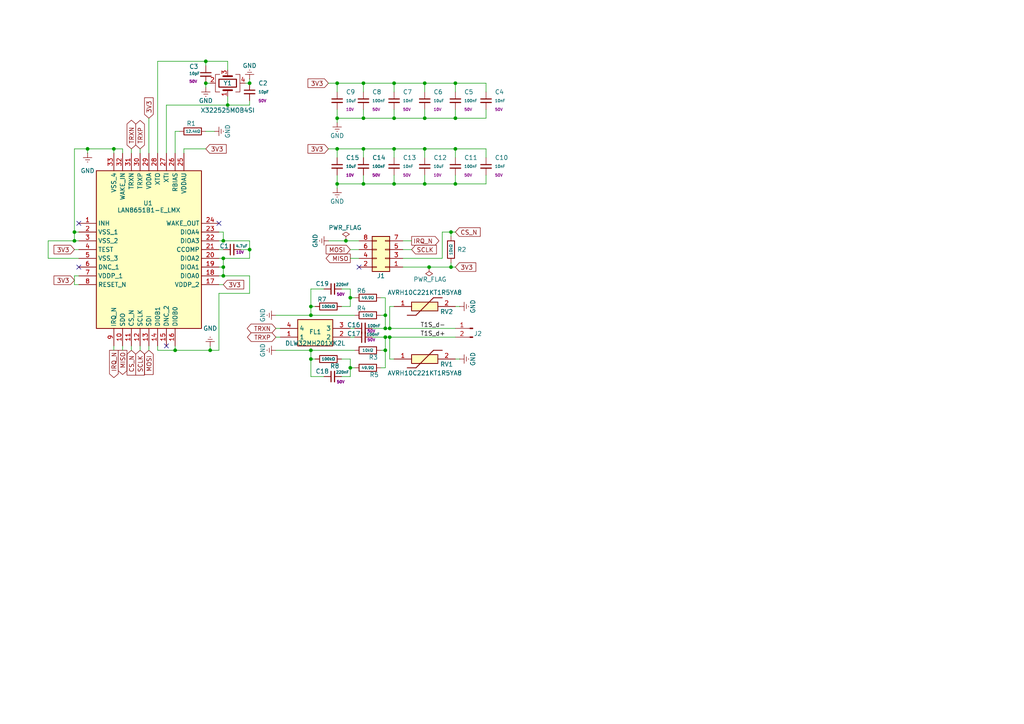
<source format=kicad_sch>
(kicad_sch (version 20250114) (generator "eeschema") (generator_version "9.0")
  (paper "A4")
  (title_block (title "ETHBoard") (date "2026-01-21") (rev "1.0") (company "RaphWeb"))
  (junction (at 97.79 24.13))
  (junction (at 101.6 86.36))
  (junction (at 111.76 91.44))
  (junction (at 50.8 101.6))
  (junction (at 124.46 77.47))
  (junction (at 123.19 43.18))
  (junction (at 113.03 97.79))
  (junction (at 33.02 43.18))
  (junction (at 105.41 24.13))
  (junction (at 114.3 43.18))
  (junction (at 60.96 101.6))
  (junction (at 132.08 34.29))
  (junction (at 111.76 101.6))
  (junction (at 59.69 24.13))
  (junction (at 123.19 53.34))
  (junction (at 59.69 17.78))
  (junction (at 64.77 80.01))
  (junction (at 90.17 91.44))
  (junction (at 21.59 67.31))
  (junction (at 114.3 34.29))
  (junction (at 105.41 53.34))
  (junction (at 66.04 30.48))
  (junction (at 132.08 24.13))
  (junction (at 123.19 34.29))
  (junction (at 100.33 69.85))
  (junction (at 105.41 34.29))
  (junction (at 101.6 106.68))
  (junction (at 130.81 67.31))
  (junction (at 90.17 101.6))
  (junction (at 132.08 53.34))
  (junction (at 21.59 69.85))
  (junction (at 97.79 43.18))
  (junction (at 111.76 95.25))
  (junction (at 72.39 24.13))
  (junction (at 105.41 43.18))
  (junction (at 113.03 95.25))
  (junction (at 64.77 77.47))
  (junction (at 114.3 53.34))
  (junction (at 132.08 43.18))
  (junction (at 90.17 88.9))
  (junction (at 72.39 72.39))
  (junction (at 97.79 34.29))
  (junction (at 97.79 53.34))
  (junction (at 90.17 104.14))
  (junction (at 64.77 69.85))
  (junction (at 64.77 74.93))
  (junction (at 114.3 24.13))
  (junction (at 123.19 24.13))
  (junction (at 130.81 77.47))
  (junction (at 25.4 43.18))
  (junction (at 111.76 97.79))
  (no_connect (at 104.14 77.47))
  (no_connect (at 22.86 77.47))
  (no_connect (at 22.86 64.77))
  (no_connect (at 48.26 100.33))
  (no_connect (at 63.5 64.77))
  (wire (pts (xy 91.44 104.14) (xy 90.17 104.14)))
  (wire (pts (xy 111.76 95.25) (xy 113.03 95.25)))
  (wire (pts (xy 50.8 100.33) (xy 50.8 101.6)))
  (wire (pts (xy 114.3 53.34) (xy 123.19 53.34)))
  (wire (pts (xy 105.41 50.8) (xy 105.41 53.34)))
  (wire (pts (xy 116.84 69.85) (xy 119.38 69.85)))
  (wire (pts (xy 101.6 86.36) (xy 101.6 83.82)))
  (wire (pts (xy 101.6 104.14) (xy 101.6 106.68)))
  (wire (pts (xy 97.79 31.75) (xy 97.79 34.29)))
  (wire (pts (xy 114.3 43.18) (xy 114.3 45.72)))
  (wire (pts (xy 132.08 53.34) (xy 140.97 53.34)))
  (wire (pts (xy 101.6 83.82) (xy 99.06 83.82)))
  (wire (pts (xy 113.03 95.25) (xy 132.08 95.25)))
  (wire (pts (xy 63.5 80.01) (xy 64.77 80.01)))
  (wire (pts (xy 59.69 24.13) (xy 60.96 24.13)))
  (wire (pts (xy 95.25 24.13) (xy 97.79 24.13)))
  (wire (pts (xy 113.03 97.79) (xy 132.08 97.79)))
  (wire (pts (xy 90.17 101.6) (xy 102.87 101.6)))
  (wire (pts (xy 72.39 80.01) (xy 72.39 85.09)))
  (wire (pts (xy 72.39 30.48) (xy 72.39 29.21)))
  (wire (pts (xy 59.69 17.78) (xy 45.72 17.78)))
  (wire (pts (xy 111.76 91.44) (xy 111.76 95.25)))
  (wire (pts (xy 101.6 74.93) (xy 104.14 74.93)))
  (wire (pts (xy 13.97 74.93) (xy 22.86 74.93)))
  (wire (pts (xy 105.41 53.34) (xy 114.3 53.34)))
  (wire (pts (xy 123.19 43.18) (xy 132.08 43.18)))
  (wire (pts (xy 123.19 34.29) (xy 123.19 31.75)))
  (wire (pts (xy 97.79 43.18) (xy 105.41 43.18)))
  (wire (pts (xy 64.77 80.01) (xy 72.39 80.01)))
  (wire (pts (xy 101.6 95.25) (xy 102.87 95.25)))
  (wire (pts (xy 113.03 104.14) (xy 114.3 104.14)))
  (wire (pts (xy 101.6 72.39) (xy 104.14 72.39)))
  (wire (pts (xy 95.25 43.18) (xy 97.79 43.18)))
  (wire (pts (xy 140.97 50.8) (xy 140.97 53.34)))
  (wire (pts (xy 114.3 50.8) (xy 114.3 53.34)))
  (wire (pts (xy 21.59 69.85) (xy 21.59 67.31)))
  (wire (pts (xy 114.3 24.13) (xy 114.3 26.67)))
  (wire (pts (xy 100.33 69.85) (xy 104.14 69.85)))
  (wire (pts (xy 130.81 77.47) (xy 132.08 77.47)))
  (wire (pts (xy 97.79 53.34) (xy 105.41 53.34)))
  (wire (pts (xy 111.76 91.44) (xy 110.49 91.44)))
  (wire (pts (xy 105.41 24.13) (xy 105.41 26.67)))
  (wire (pts (xy 97.79 53.34) (xy 97.79 54.61)))
  (wire (pts (xy 48.26 30.48) (xy 48.26 44.45)))
  (wire (pts (xy 132.08 24.13) (xy 140.97 24.13)))
  (wire (pts (xy 99.06 104.14) (xy 101.6 104.14)))
  (wire (pts (xy 107.95 95.25) (xy 111.76 95.25)))
  (wire (pts (xy 21.59 82.55) (xy 22.86 82.55)))
  (wire (pts (xy 21.59 80.01) (xy 21.59 82.55)))
  (wire (pts (xy 105.41 34.29) (xy 114.3 34.29)))
  (wire (pts (xy 111.76 86.36) (xy 111.76 91.44)))
  (wire (pts (xy 63.5 67.31) (xy 64.77 67.31)))
  (wire (pts (xy 111.76 101.6) (xy 110.49 101.6)))
  (wire (pts (xy 35.56 44.45) (xy 35.56 43.18)))
  (wire (pts (xy 50.8 101.6) (xy 60.96 101.6)))
  (wire (pts (xy 63.5 85.09) (xy 63.5 101.6)))
  (wire (pts (xy 113.03 88.9) (xy 113.03 95.25)))
  (wire (pts (xy 21.59 69.85) (xy 22.86 69.85)))
  (wire (pts (xy 53.34 43.18) (xy 59.69 43.18)))
  (wire (pts (xy 21.59 43.18) (xy 21.59 67.31)))
  (wire (pts (xy 59.69 24.13) (xy 59.69 25.4)))
  (wire (pts (xy 40.64 100.33) (xy 40.64 101.6)))
  (wire (pts (xy 111.76 106.68) (xy 111.76 101.6)))
  (wire (pts (xy 123.19 53.34) (xy 132.08 53.34)))
  (wire (pts (xy 107.95 97.79) (xy 111.76 97.79)))
  (wire (pts (xy 132.08 24.13) (xy 132.08 26.67)))
  (wire (pts (xy 132.08 104.14) (xy 133.35 104.14)))
  (wire (pts (xy 132.08 34.29) (xy 140.97 34.29)))
  (wire (pts (xy 21.59 80.01) (xy 22.86 80.01)))
  (wire (pts (xy 99.06 109.22) (xy 101.6 109.22)))
  (wire (pts (xy 111.76 97.79) (xy 113.03 97.79)))
  (wire (pts (xy 80.01 101.6) (xy 90.17 101.6)))
  (wire (pts (xy 97.79 34.29) (xy 105.41 34.29)))
  (wire (pts (xy 123.19 34.29) (xy 132.08 34.29)))
  (wire (pts (xy 45.72 100.33) (xy 45.72 101.6)))
  (wire (pts (xy 64.77 74.93) (xy 72.39 74.93)))
  (wire (pts (xy 66.04 30.48) (xy 66.04 27.94)))
  (wire (pts (xy 43.18 100.33) (xy 43.18 101.6)))
  (wire (pts (xy 97.79 24.13) (xy 105.41 24.13)))
  (wire (pts (xy 140.97 24.13) (xy 140.97 26.67)))
  (wire (pts (xy 132.08 43.18) (xy 140.97 43.18)))
  (wire (pts (xy 130.81 67.31) (xy 130.81 68.58)))
  (wire (pts (xy 116.84 77.47) (xy 124.46 77.47)))
  (wire (pts (xy 45.72 101.6) (xy 50.8 101.6)))
  (wire (pts (xy 113.03 97.79) (xy 113.03 104.14)))
  (wire (pts (xy 132.08 50.8) (xy 132.08 53.34)))
  (wire (pts (xy 66.04 30.48) (xy 72.39 30.48)))
  (wire (pts (xy 114.3 34.29) (xy 123.19 34.29)))
  (wire (pts (xy 105.41 31.75) (xy 105.41 34.29)))
  (wire (pts (xy 33.02 43.18) (xy 33.02 44.45)))
  (wire (pts (xy 97.79 50.8) (xy 97.79 53.34)))
  (wire (pts (xy 13.97 74.93) (xy 13.97 69.85)))
  (wire (pts (xy 63.5 77.47) (xy 64.77 77.47)))
  (wire (pts (xy 90.17 104.14) (xy 90.17 101.6)))
  (wire (pts (xy 64.77 74.93) (xy 64.77 77.47)))
  (wire (pts (xy 113.03 88.9) (xy 114.3 88.9)))
  (wire (pts (xy 64.77 67.31) (xy 64.77 69.85)))
  (wire (pts (xy 72.39 69.85) (xy 72.39 72.39)))
  (wire (pts (xy 66.04 17.78) (xy 59.69 17.78)))
  (wire (pts (xy 71.12 24.13) (xy 72.39 24.13)))
  (wire (pts (xy 116.84 72.39) (xy 119.38 72.39)))
  (wire (pts (xy 114.3 43.18) (xy 123.19 43.18)))
  (wire (pts (xy 45.72 17.78) (xy 45.72 44.45)))
  (wire (pts (xy 63.5 82.55) (xy 64.77 82.55)))
  (wire (pts (xy 21.59 69.85) (xy 13.97 69.85)))
  (wire (pts (xy 90.17 88.9) (xy 90.17 91.44)))
  (wire (pts (xy 132.08 88.9) (xy 133.35 88.9)))
  (wire (pts (xy 21.59 72.39) (xy 22.86 72.39)))
  (wire (pts (xy 80.01 97.79) (xy 81.28 97.79)))
  (wire (pts (xy 80.01 91.44) (xy 90.17 91.44)))
  (wire (pts (xy 97.79 34.29) (xy 97.79 35.56)))
  (wire (pts (xy 64.77 69.85) (xy 72.39 69.85)))
  (wire (pts (xy 38.1 100.33) (xy 38.1 101.6)))
  (wire (pts (xy 35.56 100.33) (xy 35.56 101.6)))
  (wire (pts (xy 105.41 24.13) (xy 114.3 24.13)))
  (wire (pts (xy 132.08 43.18) (xy 132.08 45.72)))
  (wire (pts (xy 72.39 85.09) (xy 63.5 85.09)))
  (wire (pts (xy 63.5 72.39) (xy 64.77 72.39)))
  (wire (pts (xy 64.77 77.47) (xy 64.77 80.01)))
  (wire (pts (xy 25.4 43.18) (xy 33.02 43.18)))
  (wire (pts (xy 63.5 69.85) (xy 64.77 69.85)))
  (wire (pts (xy 90.17 91.44) (xy 102.87 91.44)))
  (wire (pts (xy 140.97 43.18) (xy 140.97 45.72)))
  (wire (pts (xy 90.17 109.22) (xy 90.17 104.14)))
  (wire (pts (xy 123.19 50.8) (xy 123.19 53.34)))
  (wire (pts (xy 111.76 97.79) (xy 111.76 101.6)))
  (wire (pts (xy 128.27 67.31) (xy 130.81 67.31)))
  (wire (pts (xy 114.3 31.75) (xy 114.3 34.29)))
  (wire (pts (xy 95.25 69.85) (xy 100.33 69.85)))
  (wire (pts (xy 63.5 74.93) (xy 64.77 74.93)))
  (wire (pts (xy 72.39 22.86) (xy 72.39 24.13)))
  (wire (pts (xy 140.97 34.29) (xy 140.97 31.75)))
  (wire (pts (xy 93.98 109.22) (xy 90.17 109.22)))
  (wire (pts (xy 60.96 101.6) (xy 60.96 100.33)))
  (wire (pts (xy 128.27 67.31) (xy 128.27 74.93)))
  (wire (pts (xy 48.26 30.48) (xy 66.04 30.48)))
  (wire (pts (xy 22.86 67.31) (xy 21.59 67.31)))
  (wire (pts (xy 105.41 43.18) (xy 114.3 43.18)))
  (wire (pts (xy 90.17 83.82) (xy 90.17 88.9)))
  (wire (pts (xy 110.49 106.68) (xy 111.76 106.68)))
  (wire (pts (xy 101.6 97.79) (xy 102.87 97.79)))
  (wire (pts (xy 105.41 43.18) (xy 105.41 45.72)))
  (wire (pts (xy 99.06 88.9) (xy 101.6 88.9)))
  (wire (pts (xy 123.19 43.18) (xy 123.19 45.72)))
  (wire (pts (xy 130.81 67.31) (xy 132.08 67.31)))
  (wire (pts (xy 50.8 38.1) (xy 50.8 44.45)))
  (wire (pts (xy 40.64 43.18) (xy 40.64 44.45)))
  (wire (pts (xy 101.6 109.22) (xy 101.6 106.68)))
  (wire (pts (xy 69.85 72.39) (xy 72.39 72.39)))
  (wire (pts (xy 124.46 77.47) (xy 130.81 77.47)))
  (wire (pts (xy 132.08 31.75) (xy 132.08 34.29)))
  (wire (pts (xy 50.8 38.1) (xy 52.07 38.1)))
  (wire (pts (xy 66.04 17.78) (xy 66.04 20.32)))
  (wire (pts (xy 93.98 83.82) (xy 90.17 83.82)))
  (wire (pts (xy 101.6 106.68) (xy 102.87 106.68)))
  (wire (pts (xy 33.02 100.33) (xy 33.02 101.6)))
  (wire (pts (xy 91.44 88.9) (xy 90.17 88.9)))
  (wire (pts (xy 110.49 86.36) (xy 111.76 86.36)))
  (wire (pts (xy 101.6 86.36) (xy 102.87 86.36)))
  (wire (pts (xy 38.1 43.18) (xy 38.1 44.45)))
  (wire (pts (xy 114.3 24.13) (xy 123.19 24.13)))
  (wire (pts (xy 53.34 43.18) (xy 53.34 44.45)))
  (wire (pts (xy 116.84 74.93) (xy 128.27 74.93)))
  (wire (pts (xy 72.39 72.39) (xy 72.39 74.93)))
  (wire (pts (xy 97.79 24.13) (xy 97.79 26.67)))
  (wire (pts (xy 130.81 76.2) (xy 130.81 77.47)))
  (wire (pts (xy 123.19 24.13) (xy 123.19 26.67)))
  (wire (pts (xy 25.4 43.18) (xy 25.4 44.45)))
  (wire (pts (xy 33.02 43.18) (xy 35.56 43.18)))
  (wire (pts (xy 43.18 44.45) (xy 43.18 34.29)))
  (wire (pts (xy 80.01 95.25) (xy 81.28 95.25)))
  (wire (pts (xy 60.96 101.6) (xy 63.5 101.6)))
  (wire (pts (xy 21.59 43.18) (xy 25.4 43.18)))
  (wire (pts (xy 123.19 24.13) (xy 132.08 24.13)))
  (wire (pts (xy 59.69 17.78) (xy 59.69 19.05)))
  (wire (pts (xy 101.6 88.9) (xy 101.6 86.36)))
  (wire (pts (xy 59.69 38.1) (xy 62.23 38.1)))
  (wire (pts (xy 97.79 43.18) (xy 97.79 45.72)))
  (label "T1S_d+" (at 121.92 97.79 0))
  (label "T1S_d-" (at 121.92 95.25 0))
  (global_label "TRXP" (shape bidirectional) (at 40.64 43.18 90) (property "Intersheetrefs" "${INTERSHEET_REFS}" (effects (hide yes))))
  (global_label "MOSI" (shape input) (at 101.6 72.39 180) (property "Intersheetrefs" "${INTERSHEET_REFS}" (effects (hide yes))))
  (global_label "3V3" (shape input) (at 21.59 72.39 180) (property "Intersheetrefs" "${INTERSHEET_REFS}" (effects (hide yes))))
  (global_label "MOSI" (shape input) (at 43.18 101.6 270) (property "Intersheetrefs" "${INTERSHEET_REFS}" (effects (hide yes))))
  (global_label "3V3" (shape input) (at 95.25 24.13 180) (property "Intersheetrefs" "${INTERSHEET_REFS}" (effects (hide yes))))
  (global_label "CS_N" (shape input) (at 132.08 67.31 0) (property "Intersheetrefs" "${INTERSHEET_REFS}" (effects (hide yes))))
  (global_label "MISO" (shape output) (at 101.6 74.93 180) (property "Intersheetrefs" "${INTERSHEET_REFS}" (effects (hide yes))))
  (global_label "3V3" (shape input) (at 132.08 77.47 0) (property "Intersheetrefs" "${INTERSHEET_REFS}" (effects (hide yes))))
  (global_label "3V3" (shape input) (at 64.77 82.55 0) (property "Intersheetrefs" "${INTERSHEET_REFS}" (effects (hide yes))))
  (global_label "3V3" (shape input) (at 59.69 43.18 0) (property "Intersheetrefs" "${INTERSHEET_REFS}" (effects (hide yes))))
  (global_label "MISO" (shape output) (at 35.56 101.6 270) (property "Intersheetrefs" "${INTERSHEET_REFS}" (effects (hide yes))))
  (global_label "IRQ_N" (shape output) (at 119.38 69.85 0) (property "Intersheetrefs" "${INTERSHEET_REFS}" (effects (hide yes))))
  (global_label "3V3" (shape input) (at 95.25 43.18 180) (property "Intersheetrefs" "${INTERSHEET_REFS}" (effects (hide yes))))
  (global_label "TRXN" (shape bidirectional) (at 38.1 43.18 90) (property "Intersheetrefs" "${INTERSHEET_REFS}" (effects (hide yes))))
  (global_label "SCLK" (shape input) (at 119.38 72.39 0) (property "Intersheetrefs" "${INTERSHEET_REFS}" (effects (hide yes))))
  (global_label "SCLK" (shape input) (at 40.64 101.6 270) (property "Intersheetrefs" "${INTERSHEET_REFS}" (effects (hide yes))))
  (global_label "3V3" (shape input) (at 21.59 81.28 180) (property "Intersheetrefs" "${INTERSHEET_REFS}" (effects (hide yes))))
  (global_label "TRXN" (shape bidirectional) (at 80.01 95.25 180) (property "Intersheetrefs" "${INTERSHEET_REFS}" (effects (hide yes))))
  (global_label "TRXP" (shape bidirectional) (at 80.01 97.79 180) (property "Intersheetrefs" "${INTERSHEET_REFS}" (effects (hide yes))))
  (global_label "IRQ_N" (shape output) (at 33.02 101.6 270) (property "Intersheetrefs" "${INTERSHEET_REFS}" (effects (hide yes))))
  (global_label "3V3" (shape input) (at 43.18 34.29 90) (property "Intersheetrefs" "${INTERSHEET_REFS}" (effects (hide yes))))
  (global_label "CS_N" (shape input) (at 38.1 101.6 270) (property "Intersheetrefs" "${INTERSHEET_REFS}" (effects (hide yes))))
  (symbol (lib_id "power:GNDREF") (at 80.01 91.44 270) (unit 1)
    (property "Reference" "#PWR010" (effects (hide yes)))
    (property "Value" "GND" (at 76.2 91.44 0))
    (property "Description" "Power symbol creates a global label with name \"GNDREF\" , reference supply ground" (effects (hide yes)))
  )
  (symbol (lib_id "power:GNDREF") (at 97.79 54.61 0) (unit 1)
    (property "Reference" "#PWR07" (effects (hide yes)))
    (property "Value" "GND" (at 97.79 58.42 0))
    (property "Description" "Power symbol creates a global label with name \"GNDREF\" , reference supply ground" (effects (hide yes)))
  )
  (symbol (lib_id "Device:C_Small") (at 123.19 48.26 0) (unit 1)
    (property "Reference" "C12" (at 125.73 45.7262 0) (effects (justify left)))
    (property "Value" "10uF" (at 125.73 48.2663 0) (effects (font (size 0.8 0.8)) (justify left)))
    (property "Footprint" "Capacitor_SMD:C_0402_1005Metric" (effects (hide yes)))
    (property "Description" "Unpolarized capacitor, small symbol" (effects (hide yes)))
    (property "LCSC" "C19702" (effects (hide yes)))
    (property "Stock" "9881407" (effects (hide yes)))
    (property "Price" "0.009USD" (effects (hide yes)))
    (property "Process" "SMT" (effects (hide yes)))
    (property "Minimum Qty" "20" (effects (hide yes)))
    (property "Attrition Qty" "10" (effects (hide yes)))
    (property "Class" "Basic Component" (effects (hide yes)))
    (property "Category" "Capacitors,Multilayer Ceramic Capacitors MLCC - SMD/SMT" (effects (hide yes)))
    (property "Manufacturer" "Samsung Electro-Mechanics" (effects (hide yes)))
    (property "Part" "CL10A106KP8NNNC" (effects (hide yes)))
    (property "Voltage Rated" "10V" (at 125.73 50.8063 0) (effects (font (size 0.8 0.8)) (justify left)))
    (property "Tolerance" "±10%" (effects (hide yes)))
    (property "Capacitance" "10uF" (effects (hide yes)))
    (property "Temperature Coefficient" "X5R" (effects (hide yes)))
  )
  (symbol (lib_id "Device:R") (at 55.88 38.1 90) (unit 1)
    (property "Reference" "R1" (at 54.102 35.814 90) (effects (justify right)))
    (property "Value" "12.4kΩ" (at 53.848 38.1 90) (effects (font (size 0.7874 0.7874)) (justify right)))
    (property "Footprint" "Resistor_SMD:R_0402_1005Metric" (effects (hide yes)))
    (property "Description" "Resistor" (effects (hide yes)))
    (property "PROD_ID" "RES-16236" (effects (hide yes)))
    (property "Tolerance" "1%" (effects (hide yes)))
  )
  (symbol (lib_id "Device:R") (at 95.25 88.9 90) (unit 1)
    (property "Reference" "R7" (at 94.742 86.868 90) (effects (justify left)))
    (property "Value" "100kΩ" (at 95.25 88.9 90) (effects (font (size 0.8 0.8))))
    (property "Footprint" "Resistor_SMD:R_1206_3216Metric" (effects (hide yes)))
    (property "Description" "Resistor" (effects (hide yes)))
    (property "LCSC" "C17902" (effects (hide yes)))
    (property "Stock" "1031548" (effects (hide yes)))
    (property "Price" "0.006USD" (effects (hide yes)))
    (property "Process" "SMT" (effects (hide yes)))
    (property "Minimum Qty" "15" (effects (hide yes)))
    (property "Attrition Qty" "10" (effects (hide yes)))
    (property "Class" "Basic Component" (effects (hide yes)))
    (property "Category" "Resistors,Chip Resistor - Surface Mount" (effects (hide yes)))
    (property "Manufacturer" "UNI-ROYAL(Uniroyal Elec)" (effects (hide yes)))
    (property "Part" "1206W4F1002T5E" (effects (hide yes)))
    (property "Resistance" "10kΩ" (effects (hide yes)))
    (property "Power" "250mW" (effects (hide yes)))
    (property "Type" "Thick Film Resistors" (effects (hide yes)))
    (property "Overload Voltage Max" "200V" (effects (hide yes)))
    (property "Operating Temperature Range" "-55°C~+155°C" (effects (hide yes)))
    (property "Tolerance" "±1%" (effects (hide yes)))
    (property "Temperature Coefficient" "±100ppm/°C" (effects (hide yes)))
  )
  (symbol (lib_id "Device:C_Small") (at 140.97 48.26 0) (unit 1)
    (property "Reference" "C10" (at 143.51 45.7262 0) (effects (justify left)))
    (property "Value" "10nF" (at 143.51 48.2663 0) (effects (font (size 0.8 0.8)) (justify left)))
    (property "Footprint" "Capacitor_SMD:C_0402_1005Metric" (effects (hide yes)))
    (property "Description" "Unpolarized capacitor, small symbol" (effects (hide yes)))
    (property "LCSC" "C15195" (effects (hide yes)))
    (property "Stock" "4779042" (effects (hide yes)))
    (property "Price" "0.005USD" (effects (hide yes)))
    (property "Process" "SMT" (effects (hide yes)))
    (property "Minimum Qty" "20" (effects (hide yes)))
    (property "Attrition Qty" "10" (effects (hide yes)))
    (property "Class" "Basic Component" (effects (hide yes)))
    (property "Category" "Capacitors,Multilayer Ceramic Capacitors MLCC - SMD/SMT" (effects (hide yes)))
    (property "Manufacturer" "Samsung Electro-Mechanics" (effects (hide yes)))
    (property "Part" "CL05B103KB5NNNC" (effects (hide yes)))
    (property "Voltage Rated" "50V" (at 143.51 50.8063 0) (effects (font (size 0.8 0.8)) (justify left)))
    (property "Tolerance" "±10%" (effects (hide yes)))
    (property "Capacitance" "10nF" (effects (hide yes)))
    (property "Temperature Coefficient" "X7R" (effects (hide yes)))
  )
  (symbol (lib_id "Device:C_Small") (at 105.41 29.21 0) (unit 1)
    (property "Reference" "C8" (at 107.95 26.6762 0) (effects (justify left)))
    (property "Value" "100nF" (at 107.95 29.2163 0) (effects (font (size 0.8 0.8)) (justify left)))
    (property "Footprint" "Capacitor_SMD:C_0402_1005Metric" (effects (hide yes)))
    (property "Description" "Unpolarized capacitor, small symbol" (effects (hide yes)))
    (property "LCSC" "C307331" (effects (hide yes)))
    (property "Stock" "8389599" (effects (hide yes)))
    (property "Price" "0.008USD" (effects (hide yes)))
    (property "Process" "SMT" (effects (hide yes)))
    (property "Minimum Qty" "20" (effects (hide yes)))
    (property "Attrition Qty" "10" (effects (hide yes)))
    (property "Class" "Basic Component" (effects (hide yes)))
    (property "Category" "Capacitors,Multilayer Ceramic Capacitors MLCC - SMD/SMT" (effects (hide yes)))
    (property "Manufacturer" "Samsung Electro-Mechanics" (effects (hide yes)))
    (property "Part" "CL05B104KB54PNC" (effects (hide yes)))
    (property "Voltage Rated" "50V" (at 107.95 31.7563 0) (effects (font (size 0.8 0.8)) (justify left)))
    (property "Tolerance" "±10%" (effects (hide yes)))
    (property "Capacitance" "100nF" (effects (hide yes)))
    (property "Temperature Coefficient" "X7R" (effects (hide yes)))
  )
  (symbol (lib_id "power:GNDREF") (at 97.79 35.56 0) (unit 1)
    (property "Reference" "#PWR06" (effects (hide yes)))
    (property "Value" "GND" (at 97.79 39.37 0))
    (property "Description" "Power symbol creates a global label with name \"GNDREF\" , reference supply ground" (effects (hide yes)))
  )
  (symbol (lib_id "DLW32MH201XK2L:DLW32MH201XK2L") (at 101.6 97.79 180) (unit 1)
    (property "Reference" "FL1" (at 91.44 96.266 0))
    (property "Value" "DLW32MH201XK2L" (at 91.44 99.568 0))
    (property "Footprint" "LIB_DLW32MH201XK2L:DLW32MH101XK2L" (effects (hide yes)))
    (property "Datasheet" "https://www.murata.com/en-us/products/productdetail?partno=DLW32MH201XK2%23" (effects (hide yes)))
    (property "Description" "DLW32MH_K2L Series EMI Suppression Filter 200uH 70mA 50V" (effects (hide yes)))
    (property "Height" "2.5" (effects (hide yes)))
    (property "Mouser Part Number" "81-DLW32MH201XK2L" (effects (hide yes)))
    (property "Mouser Price Stock" "https://www.mouser.co.uk/ProductDetail/Murata-Electronics/DLW32MH201XK2L?qs=55YtniHzbhAIj13Gqw4npA%3D%3D" (effects (hide yes)))
    (property "Manufacturer_Name" "Murata Electronics" (effects (hide yes)))
    (property "Manufacturer_Part_Number" "DLW32MH201XK2L" (effects (hide yes)))
  )
  (symbol (lib_id "power:GNDREF") (at 133.35 88.9 90) (unit 1)
    (property "Reference" "#PWR011" (effects (hide yes)))
    (property "Value" "GND" (at 137.16 88.9 0))
    (property "Description" "Power symbol creates a global label with name \"GNDREF\" , reference supply ground" (effects (hide yes)))
  )
  (symbol (lib_id "Device:R") (at 106.68 101.6 270) (unit 1)
    (property "Reference" "R3" (at 106.934 103.632 90) (effects (justify left)))
    (property "Value" "10kΩ" (at 106.68 101.6 90) (effects (font (size 0.8 0.8))))
    (property "Footprint" "Resistor_SMD:R_1206_3216Metric" (effects (hide yes)))
    (property "Description" "Resistor" (effects (hide yes)))
    (property "LCSC" "C17902" (effects (hide yes)))
    (property "Stock" "1031548" (effects (hide yes)))
    (property "Price" "0.006USD" (effects (hide yes)))
    (property "Process" "SMT" (effects (hide yes)))
    (property "Minimum Qty" "15" (effects (hide yes)))
    (property "Attrition Qty" "10" (effects (hide yes)))
    (property "Class" "Basic Component" (effects (hide yes)))
    (property "Category" "Resistors,Chip Resistor - Surface Mount" (effects (hide yes)))
    (property "Manufacturer" "UNI-ROYAL(Uniroyal Elec)" (effects (hide yes)))
    (property "Part" "1206W4F1002T5E" (effects (hide yes)))
    (property "Resistance" "10kΩ" (effects (hide yes)))
    (property "Power" "250mW" (effects (hide yes)))
    (property "Type" "Thick Film Resistors" (effects (hide yes)))
    (property "Overload Voltage Max" "200V" (effects (hide yes)))
    (property "Operating Temperature Range" "-55°C~+155°C" (effects (hide yes)))
    (property "Tolerance" "±1%" (effects (hide yes)))
    (property "Temperature Coefficient" "±100ppm/°C" (effects (hide yes)))
  )
  (symbol (lib_id "Device:C_Small") (at 97.79 29.21 0) (unit 1)
    (property "Reference" "C9" (at 100.33 26.6762 0) (effects (justify left)))
    (property "Value" "10uF" (at 100.33 29.2163 0) (effects (font (size 0.8 0.8)) (justify left)))
    (property "Footprint" "Capacitor_SMD:C_0402_1005Metric" (effects (hide yes)))
    (property "Description" "Unpolarized capacitor, small symbol" (effects (hide yes)))
    (property "LCSC" "C19702" (effects (hide yes)))
    (property "Stock" "9881407" (effects (hide yes)))
    (property "Price" "0.009USD" (effects (hide yes)))
    (property "Process" "SMT" (effects (hide yes)))
    (property "Minimum Qty" "20" (effects (hide yes)))
    (property "Attrition Qty" "10" (effects (hide yes)))
    (property "Class" "Basic Component" (effects (hide yes)))
    (property "Category" "Capacitors,Multilayer Ceramic Capacitors MLCC - SMD/SMT" (effects (hide yes)))
    (property "Manufacturer" "Samsung Electro-Mechanics" (effects (hide yes)))
    (property "Part" "CL10A106KP8NNNC" (effects (hide yes)))
    (property "Voltage Rated" "10V" (at 100.33 31.7563 0) (effects (font (size 0.8 0.8)) (justify left)))
    (property "Tolerance" "±10%" (effects (hide yes)))
    (property "Capacitance" "10uF" (effects (hide yes)))
    (property "Temperature Coefficient" "X5R" (effects (hide yes)))
  )
  (symbol (lib_id "Device:C_Small") (at 59.69 21.59 0) (unit 1)
    (property "Reference" "C3" (at 54.864 19.304 0) (effects (justify left)))
    (property "Value" "10pF" (at 54.864 21.336 0) (effects (font (size 0.8 0.8)) (justify left)))
    (property "Footprint" "Capacitor_SMD:C_0402_1005Metric" (effects (hide yes)))
    (property "Description" "Unpolarized capacitor, small symbol" (effects (hide yes)))
    (property "LCSC" "C32949" (effects (hide yes)))
    (property "Stock" "564575" (effects (hide yes)))
    (property "Price" "0.007USD" (effects (hide yes)))
    (property "Process" "SMT" (effects (hide yes)))
    (property "Minimum Qty" "20" (effects (hide yes)))
    (property "Attrition Qty" "10" (effects (hide yes)))
    (property "Class" "Basic Component" (effects (hide yes)))
    (property "Category" "Capacitors,Multilayer Ceramic Capacitors MLCC - SMD/SMT" (effects (hide yes)))
    (property "Manufacturer" "Samsung Electro-Mechanics" (effects (hide yes)))
    (property "Part" "CL05C100JB5NNNC" (effects (hide yes)))
    (property "Voltage Rated" "50V" (at 54.864 23.622 0) (effects (font (size 0.8 0.8)) (justify left)))
    (property "Tolerance" "±5%" (effects (hide yes)))
    (property "Capacitance" "10pF" (effects (hide yes)))
    (property "Temperature Coefficient" "C0G" (effects (hide yes)))
  )
  (symbol (lib_id "Device:R") (at 95.25 104.14 270) (unit 1)
    (property "Reference" "R8" (at 95.758 106.172 90) (effects (justify left)))
    (property "Value" "100kΩ" (at 95.25 104.14 90) (effects (font (size 0.8 0.8))))
    (property "Footprint" "Resistor_SMD:R_1206_3216Metric" (effects (hide yes)))
    (property "Description" "Resistor" (effects (hide yes)))
    (property "LCSC" "C17902" (effects (hide yes)))
    (property "Stock" "1031548" (effects (hide yes)))
    (property "Price" "0.006USD" (effects (hide yes)))
    (property "Process" "SMT" (effects (hide yes)))
    (property "Minimum Qty" "15" (effects (hide yes)))
    (property "Attrition Qty" "10" (effects (hide yes)))
    (property "Class" "Basic Component" (effects (hide yes)))
    (property "Category" "Resistors,Chip Resistor - Surface Mount" (effects (hide yes)))
    (property "Manufacturer" "UNI-ROYAL(Uniroyal Elec)" (effects (hide yes)))
    (property "Part" "1206W4F1002T5E" (effects (hide yes)))
    (property "Resistance" "10kΩ" (effects (hide yes)))
    (property "Power" "250mW" (effects (hide yes)))
    (property "Type" "Thick Film Resistors" (effects (hide yes)))
    (property "Overload Voltage Max" "200V" (effects (hide yes)))
    (property "Operating Temperature Range" "-55°C~+155°C" (effects (hide yes)))
    (property "Tolerance" "±1%" (effects (hide yes)))
    (property "Temperature Coefficient" "±100ppm/°C" (effects (hide yes)))
  )
  (symbol (lib_id "power:GNDREF") (at 59.69 25.4 0) (unit 1)
    (property "Reference" "#PWR04" (effects (hide yes)))
    (property "Value" "GND" (at 59.69 29.21 0))
    (property "Description" "Power symbol creates a global label with name \"GNDREF\" , reference supply ground" (effects (hide yes)))
  )
  (symbol (lib_id "Device:C_Small") (at 140.97 29.21 0) (unit 1)
    (property "Reference" "C4" (at 143.51 26.6762 0) (effects (justify left)))
    (property "Value" "10nF" (at 143.51 29.2163 0) (effects (font (size 0.8 0.8)) (justify left)))
    (property "Footprint" "Capacitor_SMD:C_0402_1005Metric" (effects (hide yes)))
    (property "Description" "Unpolarized capacitor, small symbol" (effects (hide yes)))
    (property "LCSC" "C15195" (effects (hide yes)))
    (property "Stock" "4779042" (effects (hide yes)))
    (property "Price" "0.005USD" (effects (hide yes)))
    (property "Process" "SMT" (effects (hide yes)))
    (property "Minimum Qty" "20" (effects (hide yes)))
    (property "Attrition Qty" "10" (effects (hide yes)))
    (property "Class" "Basic Component" (effects (hide yes)))
    (property "Category" "Capacitors,Multilayer Ceramic Capacitors MLCC - SMD/SMT" (effects (hide yes)))
    (property "Manufacturer" "Samsung Electro-Mechanics" (effects (hide yes)))
    (property "Part" "CL05B103KB5NNNC" (effects (hide yes)))
    (property "Voltage Rated" "50V" (at 143.51 31.7563 0) (effects (font (size 0.8 0.8)) (justify left)))
    (property "Tolerance" "±10%" (effects (hide yes)))
    (property "Capacitance" "10nF" (effects (hide yes)))
    (property "Temperature Coefficient" "X7R" (effects (hide yes)))
  )
  (symbol (lib_id "power:PWR_FLAG") (at 100.33 69.85 0) (unit 1)
    (property "Reference" "#FLG02" (effects (hide yes)))
    (property "Value" "PWR_FLAG" (at 100.076 66.04 0))
    (property "Description" "Special symbol for telling ERC where power comes from" (effects (hide yes)))
  )
  (symbol (lib_id "power:GNDREF") (at 80.01 101.6 270) (unit 1)
    (property "Reference" "#PWR09" (effects (hide yes)))
    (property "Value" "GND" (at 76.2 101.6 0))
    (property "Description" "Power symbol creates a global label with name \"GNDREF\" , reference supply ground" (effects (hide yes)))
  )
  (symbol (lib_id "Device:C_Small") (at 105.41 48.26 0) (unit 1)
    (property "Reference" "C14" (at 107.95 45.7262 0) (effects (justify left)))
    (property "Value" "100nF" (at 107.95 48.2663 0) (effects (font (size 0.8 0.8)) (justify left)))
    (property "Footprint" "Capacitor_SMD:C_0402_1005Metric" (effects (hide yes)))
    (property "Description" "Unpolarized capacitor, small symbol" (effects (hide yes)))
    (property "LCSC" "C307331" (effects (hide yes)))
    (property "Stock" "8389599" (effects (hide yes)))
    (property "Price" "0.008USD" (effects (hide yes)))
    (property "Process" "SMT" (effects (hide yes)))
    (property "Minimum Qty" "20" (effects (hide yes)))
    (property "Attrition Qty" "10" (effects (hide yes)))
    (property "Class" "Basic Component" (effects (hide yes)))
    (property "Category" "Capacitors,Multilayer Ceramic Capacitors MLCC - SMD/SMT" (effects (hide yes)))
    (property "Manufacturer" "Samsung Electro-Mechanics" (effects (hide yes)))
    (property "Part" "CL05B104KB54PNC" (effects (hide yes)))
    (property "Voltage Rated" "50V" (at 107.95 50.8063 0) (effects (font (size 0.8 0.8)) (justify left)))
    (property "Tolerance" "±10%" (effects (hide yes)))
    (property "Capacitance" "100nF" (effects (hide yes)))
    (property "Temperature Coefficient" "X7R" (effects (hide yes)))
  )
  (symbol (lib_id "Device:C_Small") (at 132.08 48.26 0) (unit 1)
    (property "Reference" "C11" (at 134.62 45.7262 0) (effects (justify left)))
    (property "Value" "100nF" (at 134.62 48.2663 0) (effects (font (size 0.8 0.8)) (justify left)))
    (property "Footprint" "Capacitor_SMD:C_0402_1005Metric" (effects (hide yes)))
    (property "Description" "Unpolarized capacitor, small symbol" (effects (hide yes)))
    (property "LCSC" "C307331" (effects (hide yes)))
    (property "Stock" "8389599" (effects (hide yes)))
    (property "Price" "0.008USD" (effects (hide yes)))
    (property "Process" "SMT" (effects (hide yes)))
    (property "Minimum Qty" "20" (effects (hide yes)))
    (property "Attrition Qty" "10" (effects (hide yes)))
    (property "Class" "Basic Component" (effects (hide yes)))
    (property "Category" "Capacitors,Multilayer Ceramic Capacitors MLCC - SMD/SMT" (effects (hide yes)))
    (property "Manufacturer" "Samsung Electro-Mechanics" (effects (hide yes)))
    (property "Part" "CL05B104KB54PNC" (effects (hide yes)))
    (property "Voltage Rated" "50V" (at 134.62 50.8063 0) (effects (font (size 0.8 0.8)) (justify left)))
    (property "Tolerance" "±10%" (effects (hide yes)))
    (property "Capacitance" "100nF" (effects (hide yes)))
    (property "Temperature Coefficient" "X7R" (effects (hide yes)))
  )
  (symbol (lib_id "Device:C_Small") (at 97.79 48.26 0) (unit 1)
    (property "Reference" "C15" (at 100.33 45.7262 0) (effects (justify left)))
    (property "Value" "10uF" (at 100.33 48.2663 0) (effects (font (size 0.8 0.8)) (justify left)))
    (property "Footprint" "Capacitor_SMD:C_0402_1005Metric" (effects (hide yes)))
    (property "Description" "Unpolarized capacitor, small symbol" (effects (hide yes)))
    (property "LCSC" "C19702" (effects (hide yes)))
    (property "Stock" "9881407" (effects (hide yes)))
    (property "Price" "0.009USD" (effects (hide yes)))
    (property "Process" "SMT" (effects (hide yes)))
    (property "Minimum Qty" "20" (effects (hide yes)))
    (property "Attrition Qty" "10" (effects (hide yes)))
    (property "Class" "Basic Component" (effects (hide yes)))
    (property "Category" "Capacitors,Multilayer Ceramic Capacitors MLCC - SMD/SMT" (effects (hide yes)))
    (property "Manufacturer" "Samsung Electro-Mechanics" (effects (hide yes)))
    (property "Part" "CL10A106KP8NNNC" (effects (hide yes)))
    (property "Voltage Rated" "10V" (at 100.33 50.8063 0) (effects (font (size 0.8 0.8)) (justify left)))
    (property "Tolerance" "±10%" (effects (hide yes)))
    (property "Capacitance" "10uF" (effects (hide yes)))
    (property "Temperature Coefficient" "X5R" (effects (hide yes)))
  )
  (symbol (lib_id "Device:C_Small") (at 114.3 29.21 0) (unit 1)
    (property "Reference" "C7" (at 116.84 26.6762 0) (effects (justify left)))
    (property "Value" "10nF" (at 116.84 29.2163 0) (effects (font (size 0.8 0.8)) (justify left)))
    (property "Footprint" "Capacitor_SMD:C_0402_1005Metric" (effects (hide yes)))
    (property "Description" "Unpolarized capacitor, small symbol" (effects (hide yes)))
    (property "LCSC" "C15195" (effects (hide yes)))
    (property "Stock" "4779042" (effects (hide yes)))
    (property "Price" "0.005USD" (effects (hide yes)))
    (property "Process" "SMT" (effects (hide yes)))
    (property "Minimum Qty" "20" (effects (hide yes)))
    (property "Attrition Qty" "10" (effects (hide yes)))
    (property "Class" "Basic Component" (effects (hide yes)))
    (property "Category" "Capacitors,Multilayer Ceramic Capacitors MLCC - SMD/SMT" (effects (hide yes)))
    (property "Manufacturer" "Samsung Electro-Mechanics" (effects (hide yes)))
    (property "Part" "CL05B103KB5NNNC" (effects (hide yes)))
    (property "Voltage Rated" "50V" (at 116.84 31.7563 0) (effects (font (size 0.8 0.8)) (justify left)))
    (property "Tolerance" "±10%" (effects (hide yes)))
    (property "Capacitance" "10nF" (effects (hide yes)))
    (property "Temperature Coefficient" "X7R" (effects (hide yes)))
  )
  (symbol (lib_id "Device:C_Small") (at 67.31 72.39 90) (unit 1)
    (property "Reference" "C1" (at 65.024 71.374 90))
    (property "Value" "4.7uF" (at 70.104 71.374 90) (effects (font (size 0.8 0.8))))
    (property "Footprint" "Capacitor_SMD:C_0603_1608Metric" (effects (hide yes)))
    (property "Description" "Unpolarized capacitor, small symbol" (effects (hide yes)))
    (property "LCSC" "C23733" (effects (hide yes)))
    (property "Stock" "4366811" (effects (hide yes)))
    (property "Price" "0.008USD" (effects (hide yes)))
    (property "Process" "SMT" (effects (hide yes)))
    (property "Minimum Qty" "20" (effects (hide yes)))
    (property "Attrition Qty" "10" (effects (hide yes)))
    (property "Class" "Basic Component" (effects (hide yes)))
    (property "Category" "Capacitors,Multilayer Ceramic Capacitors MLCC - SMD/SMT" (effects (hide yes)))
    (property "Manufacturer" "Samsung Electro-Mechanics" (effects (hide yes)))
    (property "Part" "CL05A475MP5NRNC" (effects (hide yes)))
    (property "Voltage Rated" "10V" (at 69.596 73.152 90) (effects (font (size 0.8 0.8))))
    (property "Tolerance" "±20%" (effects (hide yes)))
    (property "Capacitance" "4.7uF" (effects (hide yes)))
    (property "Temperature Coefficient" "X5R" (effects (hide yes)))
  )
  (symbol (lib_id "power:PWR_FLAG") (at 124.46 77.47 180) (unit 1)
    (property "Reference" "#FLG01" (effects (hide yes)))
    (property "Value" "PWR_FLAG" (at 124.714 81.026 0))
    (property "Description" "Special symbol for telling ERC where power comes from" (effects (hide yes)))
  )
  (symbol (lib_id "Device:C_Small") (at 72.39 26.67 0) (unit 1)
    (property "Reference" "C2" (at 74.93 24.1362 0) (effects (justify left)))
    (property "Value" "10pF" (at 74.93 26.6763 0) (effects (font (size 0.8 0.8)) (justify left)))
    (property "Footprint" "Capacitor_SMD:C_0402_1005Metric" (effects (hide yes)))
    (property "Description" "Unpolarized capacitor, small symbol" (effects (hide yes)))
    (property "LCSC" "C32949" (effects (hide yes)))
    (property "Stock" "564575" (effects (hide yes)))
    (property "Price" "0.007USD" (effects (hide yes)))
    (property "Process" "SMT" (effects (hide yes)))
    (property "Minimum Qty" "20" (effects (hide yes)))
    (property "Attrition Qty" "10" (effects (hide yes)))
    (property "Class" "Basic Component" (effects (hide yes)))
    (property "Category" "Capacitors,Multilayer Ceramic Capacitors MLCC - SMD/SMT" (effects (hide yes)))
    (property "Manufacturer" "Samsung Electro-Mechanics" (effects (hide yes)))
    (property "Part" "CL05C100JB5NNNC" (effects (hide yes)))
    (property "Voltage Rated" "50V" (at 74.93 29.2163 0) (effects (font (size 0.8 0.8)) (justify left)))
    (property "Tolerance" "±5%" (effects (hide yes)))
    (property "Capacitance" "10pF" (effects (hide yes)))
    (property "Temperature Coefficient" "C0G" (effects (hide yes)))
  )
  (symbol (lib_id "Device:C_Small") (at 132.08 29.21 0) (unit 1)
    (property "Reference" "C5" (at 134.62 26.6762 0) (effects (justify left)))
    (property "Value" "100nF" (at 134.62 29.2163 0) (effects (font (size 0.8 0.8)) (justify left)))
    (property "Footprint" "Capacitor_SMD:C_0402_1005Metric" (effects (hide yes)))
    (property "Description" "Unpolarized capacitor, small symbol" (effects (hide yes)))
    (property "LCSC" "C307331" (effects (hide yes)))
    (property "Stock" "8389599" (effects (hide yes)))
    (property "Price" "0.008USD" (effects (hide yes)))
    (property "Process" "SMT" (effects (hide yes)))
    (property "Minimum Qty" "20" (effects (hide yes)))
    (property "Attrition Qty" "10" (effects (hide yes)))
    (property "Class" "Basic Component" (effects (hide yes)))
    (property "Category" "Capacitors,Multilayer Ceramic Capacitors MLCC - SMD/SMT" (effects (hide yes)))
    (property "Manufacturer" "Samsung Electro-Mechanics" (effects (hide yes)))
    (property "Part" "CL05B104KB54PNC" (effects (hide yes)))
    (property "Voltage Rated" "50V" (at 134.62 31.7563 0) (effects (font (size 0.8 0.8)) (justify left)))
    (property "Tolerance" "±10%" (effects (hide yes)))
    (property "Capacitance" "100nF" (effects (hide yes)))
    (property "Temperature Coefficient" "X7R" (effects (hide yes)))
  )
  (symbol (lib_id "Device:R") (at 106.68 91.44 90) (unit 1)
    (property "Reference" "R4" (at 106.172 89.408 90) (effects (justify left)))
    (property "Value" "10kΩ" (at 106.68 91.44 90) (effects (font (size 0.8 0.8))))
    (property "Footprint" "Resistor_SMD:R_1206_3216Metric" (effects (hide yes)))
    (property "Description" "Resistor" (effects (hide yes)))
    (property "LCSC" "C17902" (effects (hide yes)))
    (property "Stock" "1031548" (effects (hide yes)))
    (property "Price" "0.006USD" (effects (hide yes)))
    (property "Process" "SMT" (effects (hide yes)))
    (property "Minimum Qty" "15" (effects (hide yes)))
    (property "Attrition Qty" "10" (effects (hide yes)))
    (property "Class" "Basic Component" (effects (hide yes)))
    (property "Category" "Resistors,Chip Resistor - Surface Mount" (effects (hide yes)))
    (property "Manufacturer" "UNI-ROYAL(Uniroyal Elec)" (effects (hide yes)))
    (property "Part" "1206W4F1002T5E" (effects (hide yes)))
    (property "Resistance" "10kΩ" (effects (hide yes)))
    (property "Power" "250mW" (effects (hide yes)))
    (property "Type" "Thick Film Resistors" (effects (hide yes)))
    (property "Overload Voltage Max" "200V" (effects (hide yes)))
    (property "Operating Temperature Range" "-55°C~+155°C" (effects (hide yes)))
    (property "Tolerance" "±1%" (effects (hide yes)))
    (property "Temperature Coefficient" "±100ppm/°C" (effects (hide yes)))
  )
  (symbol (lib_id "AVRH10C221KT1R5YA8:AVRH10C221KT1R5YA8") (at 114.3 104.14 0) (unit 1)
    (property "Reference" "RV1" (at 129.54 105.664 0))
    (property "Value" "AVRH10C221KT1R5YA8" (at 123.19 108.204 0))
    (property "Footprint" "LIB_AVRH10C221KT1R5YA8:RESC1005X55N" (effects (hide yes)))
    (property "Datasheet" "https://product.tdk.com/system/files/dam/doc/product/protection/voltage/varistor_ctvs/catalog/vpd_automotive_varistors_avr_en.pdf" (effects (hide yes)))
    (property "Description" "Chip Varistors / Ceramic Transient Voltage Suppressors, Maximum continuous voltage [DC]=70V, Maximum Clamping Voltage (8/20uS)=400V" (effects (hide yes)))
    (property "Height" "0.55" (effects (hide yes)))
    (property "Mouser Part Number" "810-AVRH10C221K1R5YA" (effects (hide yes)))
    (property "Mouser Price Stock" "https://www.mouser.co.uk/ProductDetail/TDK/AVRH10C221KT1R5YA8?qs=P1JMDcb91o7%2FqB%252BLJliAkA%3D%3D" (effects (hide yes)))
    (property "Manufacturer_Name" "TDK" (effects (hide yes)))
    (property "Manufacturer_Part_Number" "AVRH10C221KT1R5YA8" (effects (hide yes)))
    (property "Mouser Price/Stock" "https://www.mouser.co.uk/ProductDetail/TDK/AVRH10C221KT1R5YA8?qs=P1JMDcb91o7%2FqB%252BLJliAkA%3D%3D" (effects (hide yes)))
  )
  (symbol (lib_id "Device:C_Small") (at 96.52 109.22 90) (unit 1)
    (property "Reference" "C18" (at 93.472 107.696 90))
    (property "Value" "220nF" (at 99.314 107.95 90) (effects (font (size 0.8 0.8))))
    (property "Footprint" "Capacitor_SMD:C_0805_2012Metric" (effects (hide yes)))
    (property "Description" "Unpolarized capacitor, small symbol" (effects (hide yes)))
    (property "LCSC" "C307331" (effects (hide yes)))
    (property "Stock" "8389599" (effects (hide yes)))
    (property "Price" "0.008USD" (effects (hide yes)))
    (property "Process" "SMT" (effects (hide yes)))
    (property "Minimum Qty" "20" (effects (hide yes)))
    (property "Attrition Qty" "10" (effects (hide yes)))
    (property "Class" "Basic Component" (effects (hide yes)))
    (property "Category" "Capacitors,Multilayer Ceramic Capacitors MLCC - SMD/SMT" (effects (hide yes)))
    (property "Manufacturer" "Samsung Electro-Mechanics" (effects (hide yes)))
    (property "Part" "CL05B104KB54PNC" (effects (hide yes)))
    (property "Voltage Rated" "50V" (at 98.806 110.744 90) (effects (font (size 0.8 0.8))))
    (property "Tolerance" "±10%" (effects (hide yes)))
    (property "Capacitance" "100nF" (effects (hide yes)))
    (property "Temperature Coefficient" "X7R" (effects (hide yes)))
  )
  (symbol (lib_id "Device:C_Small") (at 105.41 97.79 90) (unit 1)
    (property "Reference" "C17" (at 102.616 96.774 90))
    (property "Value" "100nF" (at 108.204 97.028 90) (effects (font (size 0.8 0.8))))
    (property "Footprint" "Capacitor_SMD:C_0603_1608Metric" (effects (hide yes)))
    (property "Description" "Unpolarized capacitor, small symbol" (effects (hide yes)))
    (property "LCSC" "C307331" (effects (hide yes)))
    (property "Stock" "8389599" (effects (hide yes)))
    (property "Price" "0.008USD" (effects (hide yes)))
    (property "Process" "SMT" (effects (hide yes)))
    (property "Minimum Qty" "20" (effects (hide yes)))
    (property "Attrition Qty" "10" (effects (hide yes)))
    (property "Class" "Basic Component" (effects (hide yes)))
    (property "Category" "Capacitors,Multilayer Ceramic Capacitors MLCC - SMD/SMT" (effects (hide yes)))
    (property "Manufacturer" "Samsung Electro-Mechanics" (effects (hide yes)))
    (property "Part" "CL05B104KB54PNC" (effects (hide yes)))
    (property "Voltage Rated" "50V" (at 107.696 98.552 90) (effects (font (size 0.8 0.8))))
    (property "Tolerance" "±10%" (effects (hide yes)))
    (property "Capacitance" "100nF" (effects (hide yes)))
    (property "Temperature Coefficient" "X7R" (effects (hide yes)))
  )
  (symbol (lib_id "LAN8651B1-E_LMX:LAN8651B1-E_LMX") (at 22.86 64.77 0) (unit 1)
    (property "Reference" "U1" (at 42.926 58.928 0))
    (property "Value" "LAN8651B1-E_LMX" (at 43.18 60.96 0))
    (property "Footprint" "LIB_LAN8651B1-E_LMX:QFN50P500X500X100-33N-D" (effects (hide yes)))
    (property "Datasheet" "https://ww1.microchip.com/downloads/aemDocuments/documents/AIS/ProductDocuments/DataSheets/LAN8650-1-Data-Sheet-60001734.pdf" (effects (hide yes)))
    (property "Description" "Ethernet ICs 10BASE-T1S MAC-PHY with SPI" (effects (hide yes)))
    (property "Height" "1" (effects (hide yes)))
    (property "Manufacturer_Name" "Microchip" (effects (hide yes)))
    (property "Manufacturer_Part_Number" "LAN8651B1-E/LMX" (effects (hide yes)))
    (property "Mouser Part Number" "579-LAN8651B1-E/LMX" (effects (hide yes)))
    (property "Mouser Price Stock" "https://www.mouser.co.uk/ProductDetail/Microchip-Technology/LAN8651B1-E-LMX?qs=HoCaDK9Nz5cTGz8XEJbodA%3D%3D" (effects (hide yes)))
    (property "Mouser Price/Stock" "https://www.mouser.co.uk/ProductDetail/Microchip-Technology/LAN8651B1-E-LMX?qs=HoCaDK9Nz5cTGz8XEJbodA%3D%3D" (effects (hide yes)))
  )
  (symbol (lib_id "Device:C_Small") (at 96.52 83.82 90) (unit 1)
    (property "Reference" "C19" (at 93.472 82.296 90))
    (property "Value" "220nF" (at 99.314 82.55 90) (effects (font (size 0.8 0.8))))
    (property "Footprint" "Capacitor_SMD:C_0805_2012Metric" (effects (hide yes)))
    (property "Description" "Unpolarized capacitor, small symbol" (effects (hide yes)))
    (property "LCSC" "C307331" (effects (hide yes)))
    (property "Stock" "8389599" (effects (hide yes)))
    (property "Price" "0.008USD" (effects (hide yes)))
    (property "Process" "SMT" (effects (hide yes)))
    (property "Minimum Qty" "20" (effects (hide yes)))
    (property "Attrition Qty" "10" (effects (hide yes)))
    (property "Class" "Basic Component" (effects (hide yes)))
    (property "Category" "Capacitors,Multilayer Ceramic Capacitors MLCC - SMD/SMT" (effects (hide yes)))
    (property "Manufacturer" "Samsung Electro-Mechanics" (effects (hide yes)))
    (property "Part" "CL05B104KB54PNC" (effects (hide yes)))
    (property "Voltage Rated" "50V" (at 98.806 85.344 90) (effects (font (size 0.8 0.8))))
    (property "Tolerance" "±10%" (effects (hide yes)))
    (property "Capacitance" "100nF" (effects (hide yes)))
    (property "Temperature Coefficient" "X7R" (effects (hide yes)))
  )
  (symbol (lib_name "AVRH10C221KT1R5YA8_1") (lib_id "AVRH10C221KT1R5YA8:AVRH10C221KT1R5YA8") (at 114.3 88.9 0) (unit 1)
    (property "Reference" "RV2" (at 129.54 90.424 0))
    (property "Value" "AVRH10C221KT1R5YA8" (at 123.19 84.836 0))
    (property "Footprint" "LIB_AVRH10C221KT1R5YA8:RESC1005X55N" (effects (hide yes)))
    (property "Datasheet" "https://product.tdk.com/system/files/dam/doc/product/protection/voltage/varistor_ctvs/catalog/vpd_automotive_varistors_avr_en.pdf" (effects (hide yes)))
    (property "Description" "Chip Varistors / Ceramic Transient Voltage Suppressors, Maximum continuous voltage [DC]=70V, Maximum Clamping Voltage (8/20uS)=400V" (effects (hide yes)))
    (property "Height" "0.55" (effects (hide yes)))
    (property "Mouser Part Number" "810-AVRH10C221K1R5YA" (effects (hide yes)))
    (property "Mouser Price Stock" "https://www.mouser.co.uk/ProductDetail/TDK/AVRH10C221KT1R5YA8?qs=P1JMDcb91o7%2FqB%252BLJliAkA%3D%3D" (effects (hide yes)))
    (property "Manufacturer_Name" "TDK" (effects (hide yes)))
    (property "Manufacturer_Part_Number" "AVRH10C221KT1R5YA8" (effects (hide yes)))
    (property "Mouser Price/Stock" "https://www.mouser.co.uk/ProductDetail/TDK/AVRH10C221KT1R5YA8?qs=P1JMDcb91o7%2FqB%252BLJliAkA%3D%3D" (effects (hide yes)))
  )
  (symbol (lib_id "Device:R") (at 130.81 72.39 0) (unit 1)
    (property "Reference" "R2" (at 132.588 72.39 0) (effects (justify left)))
    (property "Value" "10kΩ" (at 130.81 72.39 90) (effects (font (size 0.8 0.8))))
    (property "Footprint" "Resistor_SMD:R_0402_1005Metric" (effects (hide yes)))
    (property "Description" "Resistor" (effects (hide yes)))
    (property "LCSC" "C25804" (effects (hide yes)))
    (property "Stock" "51181774" (effects (hide yes)))
    (property "Price" "0.004USD" (effects (hide yes)))
    (property "Process" "SMT" (effects (hide yes)))
    (property "Minimum Qty" "20" (effects (hide yes)))
    (property "Attrition Qty" "10" (effects (hide yes)))
    (property "Class" "Basic Component" (effects (hide yes)))
    (property "Category" "Resistors,Chip Resistor - Surface Mount" (effects (hide yes)))
    (property "Manufacturer" "UNI-ROYAL(Uniroyal Elec)" (effects (hide yes)))
    (property "Part" "0603WAF1002T5E" (effects (hide yes)))
    (property "Resistance" "10kΩ" (effects (hide yes)))
    (property "Power" "100mW" (effects (hide yes)))
    (property "Type" "Thick Film Resistors" (effects (hide yes)))
    (property "Overload Voltage Max" "75V" (effects (hide yes)))
    (property "Operating Temperature Range" "-55°C~+155°C" (effects (hide yes)))
    (property "Tolerance" "±1%" (effects (hide yes)))
    (property "Temperature Coefficient" "±100ppm/°C" (effects (hide yes)))
  )
  (symbol (lib_id "Device:R") (at 106.68 106.68 270) (unit 1)
    (property "Reference" "R5" (at 107.188 108.712 90) (effects (justify left)))
    (property "Value" "49.9Ω" (at 106.68 106.68 90) (effects (font (size 0.8 0.8))))
    (property "Footprint" "Resistor_SMD:R_1206_3216Metric" (effects (hide yes)))
    (property "Description" "Resistor" (effects (hide yes)))
    (property "LCSC" "C17902" (effects (hide yes)))
    (property "Stock" "1031548" (effects (hide yes)))
    (property "Price" "0.006USD" (effects (hide yes)))
    (property "Process" "SMT" (effects (hide yes)))
    (property "Minimum Qty" "15" (effects (hide yes)))
    (property "Attrition Qty" "10" (effects (hide yes)))
    (property "Class" "Basic Component" (effects (hide yes)))
    (property "Category" "Resistors,Chip Resistor - Surface Mount" (effects (hide yes)))
    (property "Manufacturer" "UNI-ROYAL(Uniroyal Elec)" (effects (hide yes)))
    (property "Part" "1206W4F1002T5E" (effects (hide yes)))
    (property "Resistance" "10kΩ" (effects (hide yes)))
    (property "Power" "250mW" (effects (hide yes)))
    (property "Type" "Thick Film Resistors" (effects (hide yes)))
    (property "Overload Voltage Max" "200V" (effects (hide yes)))
    (property "Operating Temperature Range" "-55°C~+155°C" (effects (hide yes)))
    (property "Tolerance" "±1%" (effects (hide yes)))
    (property "Temperature Coefficient" "±100ppm/°C" (effects (hide yes)))
  )
  (symbol (lib_id "power:GNDREF") (at 72.39 22.86 180) (unit 1)
    (property "Reference" "#PWR05" (effects (hide yes)))
    (property "Value" "GND" (at 72.39 19.05 0))
    (property "Description" "Power symbol creates a global label with name \"GNDREF\" , reference supply ground" (effects (hide yes)))
  )
  (symbol (lib_id "power:GNDREF") (at 62.23 38.1 90) (unit 1)
    (property "Reference" "#PWR03" (effects (hide yes)))
    (property "Value" "GND" (at 66.04 38.1 0))
    (property "Description" "Power symbol creates a global label with name \"GNDREF\" , reference supply ground" (effects (hide yes)))
  )
  (symbol (lib_id "Device:Crystal_GND24") (at 66.04 24.13 90) (unit 1)
    (property "Reference" "Y1" (at 66.04 24.13 90))
    (property "Value" "X322525MOB4SI" (at 66.04 32.004 90))
    (property "Footprint" "Crystal:Crystal_SMD_3225-4Pin_3.2x2.5mm" (effects (hide yes)))
    (property "Description" "Four pin crystal, GND on pins 2 and 4" (effects (hide yes)))
    (property "LCSC" "C9006" (effects (hide yes)))
    (property "Stock" "318431" (effects (hide yes)))
    (property "Price" "0.068USD" (effects (hide yes)))
    (property "Process" "SMT" (effects (hide yes)))
    (property "Minimum Qty" "5" (effects (hide yes)))
    (property "Attrition Qty" "4" (effects (hide yes)))
    (property "Class" "Basic Component" (effects (hide yes)))
    (property "Category" "Crystals/Oscillators/Resonators,Crystals" (effects (hide yes)))
    (property "Manufacturer" "Yangxing Tech" (effects (hide yes)))
    (property "Part" "X322525MOB4SI" (effects (hide yes)))
    (property "Frequency" "25MHz" (effects (hide yes)))
    (property "Frequency Stability" "±20ppm" (effects (hide yes)))
    (property "Operating Temperature" "-40°C~+85°C" (effects (hide yes)))
    (property "Frequency Tolerance" "±10ppm" (effects (hide yes)))
    (property "Crystal Type" "SMD Crystal Resonator" (effects (hide yes)))
    (property "Load Capacitance" "12pF" (effects (hide yes)))
    (property "Normal Temperature Frequency Tolerance" "±10ppm" (effects (hide yes)))
    (property "Type" "Surface Mount Crystal" (effects (hide yes)))
  )
  (symbol (lib_id "power:GNDREF") (at 95.25 69.85 270) (unit 1)
    (property "Reference" "#PWR08" (effects (hide yes)))
    (property "Value" "GND" (at 91.44 69.85 0))
    (property "Description" "Power symbol creates a global label with name \"GNDREF\" , reference supply ground" (effects (hide yes)))
  )
  (symbol (lib_id "Device:C_Small") (at 123.19 29.21 0) (unit 1)
    (property "Reference" "C6" (at 125.73 26.6762 0) (effects (justify left)))
    (property "Value" "10uF" (at 125.73 29.2163 0) (effects (font (size 0.8 0.8)) (justify left)))
    (property "Footprint" "Capacitor_SMD:C_0402_1005Metric" (effects (hide yes)))
    (property "Description" "Unpolarized capacitor, small symbol" (effects (hide yes)))
    (property "LCSC" "C15195" (effects (hide yes)))
    (property "Stock" "4779042" (effects (hide yes)))
    (property "Price" "0.005USD" (effects (hide yes)))
    (property "Process" "SMT" (effects (hide yes)))
    (property "Minimum Qty" "20" (effects (hide yes)))
    (property "Attrition Qty" "10" (effects (hide yes)))
    (property "Class" "Basic Component" (effects (hide yes)))
    (property "Category" "Capacitors,Multilayer Ceramic Capacitors MLCC - SMD/SMT" (effects (hide yes)))
    (property "Manufacturer" "Samsung Electro-Mechanics" (effects (hide yes)))
    (property "Part" "CL05B103KB5NNNC" (effects (hide yes)))
    (property "Voltage Rated" "10V" (at 125.73 31.7563 0) (effects (font (size 0.8 0.8)) (justify left)))
    (property "Tolerance" "±10%" (effects (hide yes)))
    (property "Capacitance" "10nF" (effects (hide yes)))
    (property "Temperature Coefficient" "X7R" (effects (hide yes)))
  )
  (symbol (lib_id "Device:C_Small") (at 114.3 48.26 0) (unit 1)
    (property "Reference" "C13" (at 116.84 45.7262 0) (effects (justify left)))
    (property "Value" "10nF" (at 116.84 48.2663 0) (effects (font (size 0.8 0.8)) (justify left)))
    (property "Footprint" "Capacitor_SMD:C_0402_1005Metric" (effects (hide yes)))
    (property "Description" "Unpolarized capacitor, small symbol" (effects (hide yes)))
    (property "LCSC" "C15195" (effects (hide yes)))
    (property "Stock" "4779042" (effects (hide yes)))
    (property "Price" "0.005USD" (effects (hide yes)))
    (property "Process" "SMT" (effects (hide yes)))
    (property "Minimum Qty" "20" (effects (hide yes)))
    (property "Attrition Qty" "10" (effects (hide yes)))
    (property "Class" "Basic Component" (effects (hide yes)))
    (property "Category" "Capacitors,Multilayer Ceramic Capacitors MLCC - SMD/SMT" (effects (hide yes)))
    (property "Manufacturer" "Samsung Electro-Mechanics" (effects (hide yes)))
    (property "Part" "CL05B103KB5NNNC" (effects (hide yes)))
    (property "Voltage Rated" "50V" (at 116.84 50.8063 0) (effects (font (size 0.8 0.8)) (justify left)))
    (property "Tolerance" "±10%" (effects (hide yes)))
    (property "Capacitance" "10nF" (effects (hide yes)))
    (property "Temperature Coefficient" "X7R" (effects (hide yes)))
  )
  (symbol (lib_id "power:GNDREF") (at 133.35 104.14 90) (unit 1)
    (property "Reference" "#PWR012" (effects (hide yes)))
    (property "Value" "GND" (at 137.16 104.14 0))
    (property "Description" "Power symbol creates a global label with name \"GNDREF\" , reference supply ground" (effects (hide yes)))
  )
  (symbol (lib_id "Device:C_Small") (at 105.41 95.25 90) (unit 1)
    (property "Reference" "C16" (at 102.616 94.234 90))
    (property "Value" "100nF" (at 108.458 94.488 90) (effects (font (size 0.8 0.8))))
    (property "Footprint" "Capacitor_SMD:C_0603_1608Metric" (effects (hide yes)))
    (property "Description" "Unpolarized capacitor, small symbol" (effects (hide yes)))
    (property "LCSC" "C307331" (effects (hide yes)))
    (property "Stock" "8389599" (effects (hide yes)))
    (property "Price" "0.008USD" (effects (hide yes)))
    (property "Process" "SMT" (effects (hide yes)))
    (property "Minimum Qty" "20" (effects (hide yes)))
    (property "Attrition Qty" "10" (effects (hide yes)))
    (property "Class" "Basic Component" (effects (hide yes)))
    (property "Category" "Capacitors,Multilayer Ceramic Capacitors MLCC - SMD/SMT" (effects (hide yes)))
    (property "Manufacturer" "Samsung Electro-Mechanics" (effects (hide yes)))
    (property "Part" "CL05B104KB54PNC" (effects (hide yes)))
    (property "Voltage Rated" "50V" (at 107.696 96.012 90) (effects (font (size 0.8 0.8))))
    (property "Tolerance" "±10%" (effects (hide yes)))
    (property "Capacitance" "100nF" (effects (hide yes)))
    (property "Temperature Coefficient" "X7R" (effects (hide yes)))
  )
  (symbol (lib_id "power:GNDREF") (at 60.96 100.33 180) (unit 1)
    (property "Reference" "#PWR01" (effects (hide yes)))
    (property "Value" "GND" (at 60.96 95.25 0))
    (property "Description" "Power symbol creates a global label with name \"GNDREF\" , reference supply ground" (effects (hide yes)))
  )
  (symbol (lib_id "Connector:Conn_01x02_Pin") (at 137.16 95.25 0) (mirror y) (unit 1) (in_bom no)
    (property "Reference" "J2" (at 137.414 96.774 0) (effects (justify right)))
    (property "Value" "Conn_01x02_Pin" (effects (hide yes)))
    (property "Footprint" "Connector_PinHeader_2.54mm:PinHeader_1x02_P2.54mm_Vertical" (effects (hide yes)))
    (property "Description" "Generic connector, single row, 01x02, script generated" (effects (hide yes)))
  )
  (symbol (lib_id "Connector_Generic:Conn_02x04_Odd_Even") (at 111.76 74.93 180) (unit 1) (in_bom no)
    (property "Reference" "J1" (at 110.49 80.01 0))
    (property "Value" "Conn_02x04_Odd_Even" (effects (hide yes)))
    (property "Footprint" "Connector_PinHeader_2.54mm:PinHeader_2x04_P2.54mm_Vertical" (effects (hide yes)))
    (property "Description" "Generic connector, double row, 02x04, odd/even pin numbering scheme (row 1 odd numbers, row 2 even numbers), script generated (kicad-library-utils/schlib/autogen/connector/)" (effects (hide yes)))
  )
  (symbol (lib_id "Device:R") (at 106.68 86.36 90) (unit 1)
    (property "Reference" "R6" (at 106.172 84.328 90) (effects (justify left)))
    (property "Value" "49.9Ω" (at 106.68 86.36 90) (effects (font (size 0.8 0.8))))
    (property "Footprint" "Resistor_SMD:R_1206_3216Metric" (effects (hide yes)))
    (property "Description" "Resistor" (effects (hide yes)))
    (property "LCSC" "C17902" (effects (hide yes)))
    (property "Stock" "1031548" (effects (hide yes)))
    (property "Price" "0.006USD" (effects (hide yes)))
    (property "Process" "SMT" (effects (hide yes)))
    (property "Minimum Qty" "15" (effects (hide yes)))
    (property "Attrition Qty" "10" (effects (hide yes)))
    (property "Class" "Basic Component" (effects (hide yes)))
    (property "Category" "Resistors,Chip Resistor - Surface Mount" (effects (hide yes)))
    (property "Manufacturer" "UNI-ROYAL(Uniroyal Elec)" (effects (hide yes)))
    (property "Part" "1206W4F1002T5E" (effects (hide yes)))
    (property "Resistance" "10kΩ" (effects (hide yes)))
    (property "Power" "250mW" (effects (hide yes)))
    (property "Type" "Thick Film Resistors" (effects (hide yes)))
    (property "Overload Voltage Max" "200V" (effects (hide yes)))
    (property "Operating Temperature Range" "-55°C~+155°C" (effects (hide yes)))
    (property "Tolerance" "±1%" (effects (hide yes)))
    (property "Temperature Coefficient" "±100ppm/°C" (effects (hide yes)))
  )
  (symbol (lib_id "power:GNDREF") (at 25.4 44.45 0) (unit 1)
    (property "Reference" "#PWR02" (effects (hide yes)))
    (property "Value" "GND" (at 25.4 49.53 0))
    (property "Description" "Power symbol creates a global label with name \"GNDREF\" , reference supply ground" (effects (hide yes)))
  )
)
</source>
